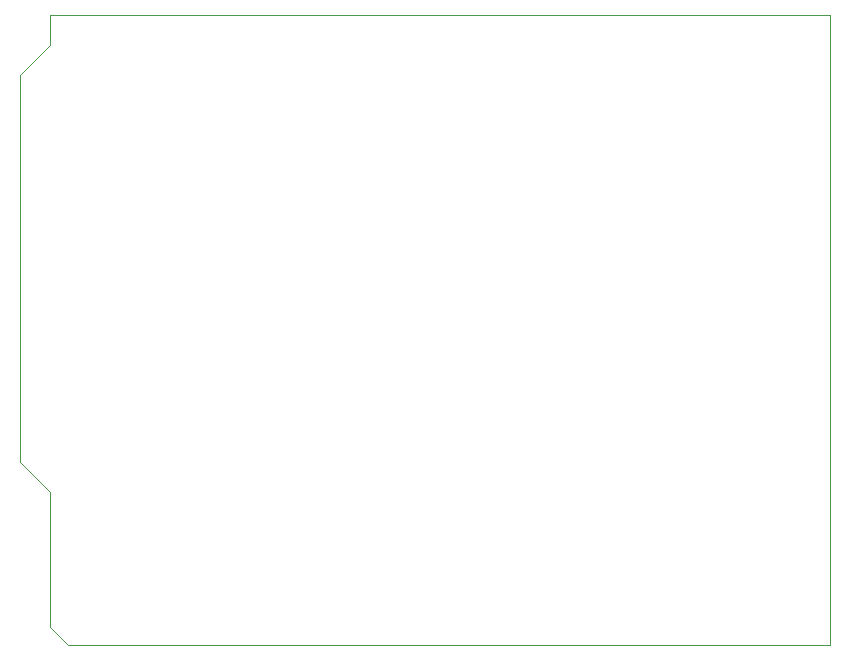
<source format=gbr>
G04 EAGLE Gerber X2 export*
%TF.Part,Single*%
%TF.FileFunction,Legend,Bot,1*%
%TF.FilePolarity,Positive*%
%TF.GenerationSoftware,Autodesk,EAGLE,9.1.3*%
%TF.CreationDate,2018-12-04T08:52:57Z*%
G75*
%MOMM*%
%FSLAX34Y34*%
%LPD*%
%AMOC8*
5,1,8,0,0,1.08239X$1,22.5*%
G01*
%ADD10C,0.000000*%


D10*
X990600Y901700D02*
X330200Y901700D01*
X330200Y876300D01*
X304800Y850900D01*
X304800Y523240D01*
X330200Y497840D01*
X330200Y383540D01*
X345440Y368300D01*
X990600Y368300D01*
X990600Y901700D01*
M02*

</source>
